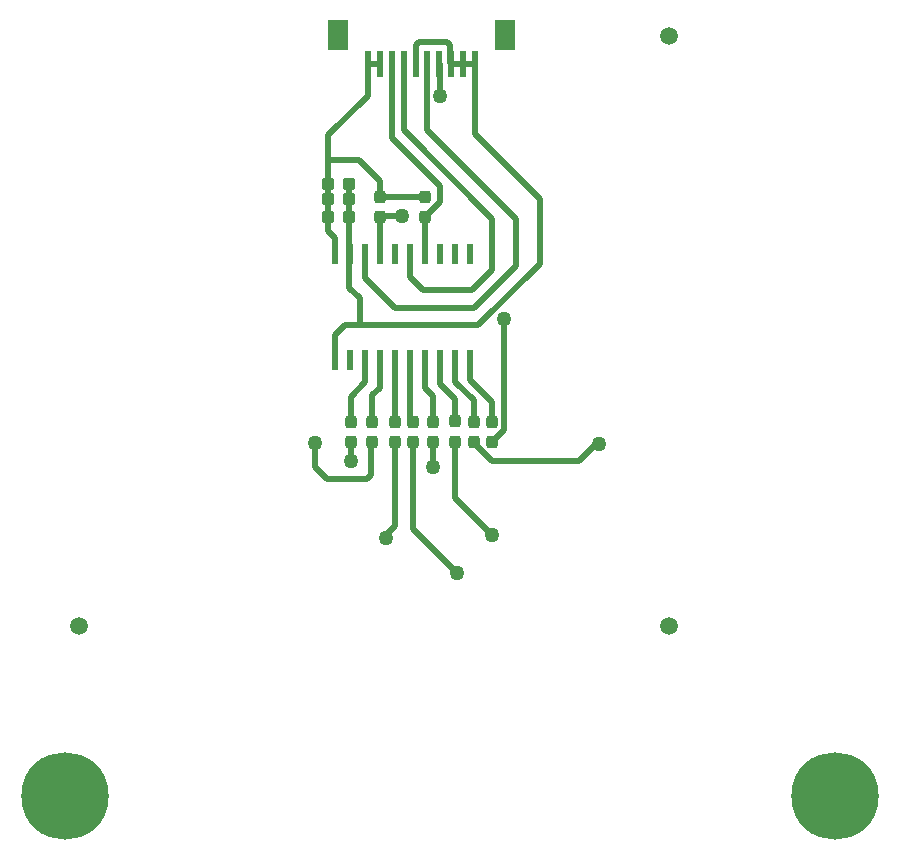
<source format=gbr>
%TF.GenerationSoftware,Altium Limited,Altium Designer,24.7.2 (38)*%
G04 Layer_Physical_Order=2*
G04 Layer_Color=16711680*
%FSLAX43Y43*%
%MOMM*%
%TF.SameCoordinates,179ED5A7-1FD7-47B0-8EB6-D2B1FD869DB5*%
%TF.FilePolarity,Positive*%
%TF.FileFunction,Copper,L2,Bot,Signal*%
%TF.Part,Single*%
G01*
G75*
%TA.AperFunction,Conductor*%
%ADD11C,0.500*%
%TA.AperFunction,ViaPad*%
%ADD12C,1.270*%
%TA.AperFunction,SMDPad,CuDef*%
%ADD13R,1.800X2.600*%
%ADD14R,0.600X2.200*%
%ADD15R,0.508X1.676*%
G04:AMPARAMS|DCode=16|XSize=1mm|YSize=1.05mm|CornerRadius=0.25mm|HoleSize=0mm|Usage=FLASHONLY|Rotation=180.000|XOffset=0mm|YOffset=0mm|HoleType=Round|Shape=RoundedRectangle|*
%AMROUNDEDRECTD16*
21,1,1.000,0.550,0,0,180.0*
21,1,0.500,1.050,0,0,180.0*
1,1,0.500,-0.250,0.275*
1,1,0.500,0.250,0.275*
1,1,0.500,0.250,-0.275*
1,1,0.500,-0.250,-0.275*
%
%ADD16ROUNDEDRECTD16*%
G04:AMPARAMS|DCode=17|XSize=1.05mm|YSize=1.1mm|CornerRadius=0.263mm|HoleSize=0mm|Usage=FLASHONLY|Rotation=90.000|XOffset=0mm|YOffset=0mm|HoleType=Round|Shape=RoundedRectangle|*
%AMROUNDEDRECTD17*
21,1,1.050,0.575,0,0,90.0*
21,1,0.525,1.100,0,0,90.0*
1,1,0.525,0.288,0.263*
1,1,0.525,0.288,-0.263*
1,1,0.525,-0.288,-0.263*
1,1,0.525,-0.288,0.263*
%
%ADD17ROUNDEDRECTD17*%
%TA.AperFunction,FiducialPad,Global*%
%ADD18C,1.500*%
%TA.AperFunction,ComponentPad*%
%ADD19C,7.400*%
D11*
X39107Y40216D02*
X40954Y38369D01*
Y36686D02*
Y38369D01*
X39107Y40216D02*
Y41900D01*
X37837Y40068D02*
X39424Y38481D01*
Y36686D02*
Y38481D01*
X37837Y40068D02*
Y41900D01*
X30217Y39993D02*
Y41900D01*
X28997Y38773D02*
X30217Y39993D01*
X28997Y36716D02*
Y38773D01*
X30854Y36716D02*
Y38908D01*
X31487Y39541D02*
Y41900D01*
X30854Y38908D02*
X31487Y39541D01*
X35951Y36711D02*
Y38887D01*
X35297Y39541D02*
X35951Y38887D01*
X35297Y39541D02*
Y41900D01*
X34027Y36933D02*
Y41900D01*
Y36933D02*
X34273Y36686D01*
X36567Y39904D02*
X37837Y38634D01*
Y36716D02*
Y38634D01*
X41997Y36004D02*
Y45341D01*
X40954Y34961D02*
X41997Y36004D01*
X40997Y49555D02*
Y53841D01*
X39282Y47841D02*
X40997Y49555D01*
X35150Y47841D02*
X39282D01*
X42997Y49841D02*
Y53841D01*
X39443Y46288D02*
X42997Y49841D01*
X32770Y46288D02*
X39443D01*
X39782Y44841D02*
X44997Y50055D01*
X29764Y44841D02*
X39782D01*
X44997Y50055D02*
Y55528D01*
X35497Y61341D02*
X42997Y53841D01*
X31487Y55716D02*
Y57071D01*
X27097Y58841D02*
X29716D01*
X31487Y57071D01*
Y55716D02*
X35297D01*
X32497Y60701D02*
Y66991D01*
Y60701D02*
X36567Y56631D01*
Y55261D02*
Y56631D01*
X29764Y44841D02*
Y47105D01*
X28897Y47973D02*
X29764Y47105D01*
X28521Y44841D02*
X29764D01*
X28897Y47973D02*
Y50841D01*
X27677Y41900D02*
Y43997D01*
X28521Y44841D01*
X28897Y50841D02*
Y53966D01*
X30217Y48841D02*
X32770Y46288D01*
X28897Y53966D02*
Y56841D01*
X39497Y61028D02*
X44997Y55528D01*
X34027Y48964D02*
Y50841D01*
Y48964D02*
X35150Y47841D01*
X30217Y48841D02*
Y50841D01*
X39497Y61028D02*
Y66991D01*
X38497D02*
X39497D01*
X37497D02*
X38497D01*
X34497Y68548D02*
X34789Y68841D01*
X37154D01*
X34497Y66991D02*
Y68548D01*
X37154Y68841D02*
X37447Y68548D01*
Y67041D02*
Y68548D01*
Y67041D02*
X37497Y66991D01*
X33497Y61341D02*
Y66991D01*
Y61341D02*
X40997Y53841D01*
X36547Y65696D02*
X36567Y65676D01*
Y64291D02*
Y65676D01*
X36497Y66991D02*
X36547Y66941D01*
Y65696D02*
Y66941D01*
X35497Y61341D02*
Y66991D01*
X27097Y60941D02*
X30447Y64291D01*
X27097Y58841D02*
Y60941D01*
X30447Y64291D02*
Y66941D01*
X30497Y66991D01*
X31497D01*
X27097Y53966D02*
Y56841D01*
X35297Y53991D02*
X36567Y55261D01*
X35297Y53966D02*
Y53991D01*
X40954Y34936D02*
Y34961D01*
X39424Y34911D02*
X40960Y33375D01*
X48363D01*
X49788Y34800D01*
X49997D01*
X39424Y34911D02*
Y34936D01*
X37837Y30209D02*
X40997Y27049D01*
X37837Y30209D02*
Y34966D01*
X35951Y32841D02*
Y34936D01*
X34273Y27564D02*
X37997Y23841D01*
X34273Y27564D02*
Y34936D01*
X32757Y27809D02*
Y34936D01*
X31997Y26841D02*
Y27049D01*
X32757Y27809D01*
X28997Y34936D02*
X29026Y34907D01*
Y33375D02*
Y34907D01*
Y33375D02*
X29055Y33346D01*
X30424Y31841D02*
X30717Y32134D01*
X26997Y31841D02*
X30424D01*
X25997Y32841D02*
X26997Y31841D01*
X30717Y32134D02*
Y34800D01*
X25997Y32841D02*
Y34841D01*
X30717Y34800D02*
X30854Y34936D01*
X31487Y53966D02*
X31574Y54053D01*
X33324D01*
X35297Y50841D02*
Y53966D01*
X31487Y50841D02*
Y53966D01*
X27097Y56841D02*
Y58841D01*
Y52841D02*
Y53966D01*
X27677Y50841D02*
Y52261D01*
X27097Y52841D02*
X27677Y52261D01*
X36567Y39904D02*
Y41900D01*
X32757Y36716D02*
Y41900D01*
D12*
X41997Y45341D02*
D03*
X36567Y64291D02*
D03*
X35951Y32841D02*
D03*
X31997Y26841D02*
D03*
X37997Y23841D02*
D03*
X40997Y27049D02*
D03*
X49997Y34800D02*
D03*
X29055Y33346D02*
D03*
X25997Y34841D02*
D03*
X33324Y54053D02*
D03*
D13*
X42097Y69391D02*
D03*
X27897D02*
D03*
D14*
X37497Y66991D02*
D03*
X34497D02*
D03*
X30497D02*
D03*
X31497D02*
D03*
X32497D02*
D03*
X33497D02*
D03*
X35497D02*
D03*
X36497D02*
D03*
X38497D02*
D03*
X39497D02*
D03*
D15*
X39107Y50841D02*
D03*
X37837D02*
D03*
X36567D02*
D03*
X35297D02*
D03*
X34027D02*
D03*
X32757D02*
D03*
X31487D02*
D03*
X30217D02*
D03*
X28947D02*
D03*
X27677D02*
D03*
Y41900D02*
D03*
X28947D02*
D03*
X30217D02*
D03*
X31487D02*
D03*
X32757D02*
D03*
X34027D02*
D03*
X35297D02*
D03*
X36567D02*
D03*
X37837D02*
D03*
X39107D02*
D03*
D16*
X30854Y36686D02*
D03*
Y34936D02*
D03*
X34273D02*
D03*
Y36686D02*
D03*
X40954Y34936D02*
D03*
Y36686D02*
D03*
X35951Y34936D02*
D03*
Y36686D02*
D03*
X32757Y34936D02*
D03*
Y36686D02*
D03*
X37837Y34966D02*
D03*
Y36716D02*
D03*
X28997Y34936D02*
D03*
Y36686D02*
D03*
X39424Y34936D02*
D03*
Y36686D02*
D03*
X35297Y55716D02*
D03*
Y53966D02*
D03*
X31487Y55716D02*
D03*
Y53966D02*
D03*
D17*
X28897Y56841D02*
D03*
X27097D02*
D03*
X27073Y55528D02*
D03*
X28873D02*
D03*
X27097Y53966D02*
D03*
X28897D02*
D03*
D18*
X55997Y69341D02*
D03*
X5997Y19341D02*
D03*
X55997D02*
D03*
D19*
X70000Y5000D02*
D03*
X4831D02*
D03*
%TF.MD5,6177123463cb1e7a425d7bbe7b6029ad*%
M02*

</source>
